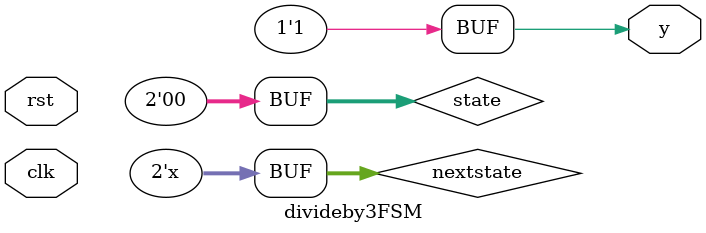
<source format=v>
module divideby3FSM(
  input wire clk, // Clock input
  input wire rst, // Reset input
  output y // Output signal (1 bit)
);

  reg [1:0] state,nextstate; // 2-bit state register

  // State encoding
  localparam S0 = 2'b00; // State 0
  localparam S1 = 2'b01; // State 1
  localparam S2 = 2'b10; // State 2

  // Sequential logic for state transitions
  always @(posedge clk or posedge rst) begin
    if (rst) 
      state <= S0; 
      else state <= nextstate;// Reset to state S0
    end
    
    always @(*)
      case (state)
        S0: nextstate = S1; // Transition from S0 to S1
        S1: nextstate = S2; // Transition from S1 to S2
        S2: nextstate = S0; // Transition from S2 back to S0
        default: state = S0; // Default case to avoid latches
      endcase
    
  // Output logic
  assign y = (state == S0); // Output is high when in state S0, low otherwise

  endmodule
</source>
